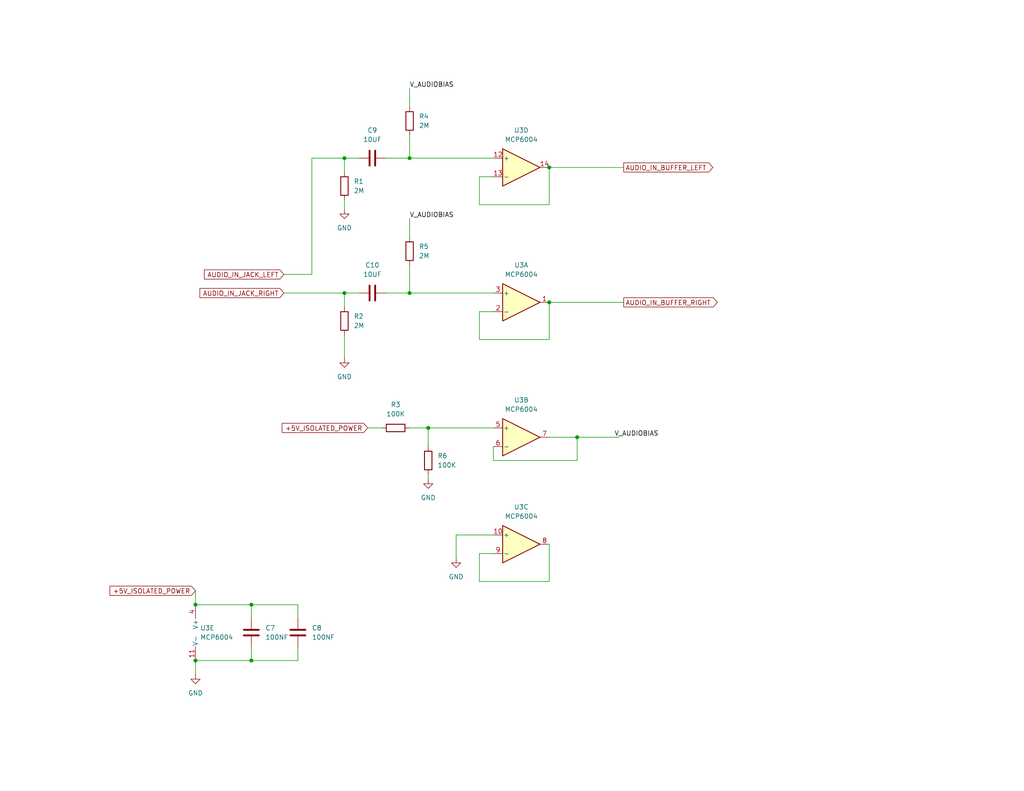
<source format=kicad_sch>
(kicad_sch (version 20230121) (generator eeschema)
  (paper "USLetter")
  (title_block (title "Daisy Seed Guitar Pedal 1590B") (date "2023-03-17") (rev "3") (company "Made by Keith Shepherd (kshep@mac.com)") (comment 1 "https://github.com/electro-smith/Hardware/blob/master/reference/daisy_petal/") (comment 2 "Schematic from the Electro-Smith Daisy Petal Reference Hardware Rev 5"))
  (lib_symbols
    (symbol "Amplifier_Operational:MCP6004" (pin_names (offset 0.127))
      (property "Reference" "U" (at 0 5.08 0))
      (property "Value" "MCP6004" (at 0 -5.08 0))
      (symbol "MCP6004_1_1"
        (polyline (pts (xy -5.08 5.08) (xy 5.08 0) (xy -5.08 -5.08) (xy -5.08 5.08)) (stroke (width 0.254)) (fill (type background)))
        (pin output line (at 7.62 0 180) (length 2.54) (name "~") (number "1"))
        (pin input line (at -7.62 -2.54 0) (length 2.54) (name "-") (number "2"))
        (pin input line (at -7.62 2.54 0) (length 2.54) (name "+") (number "3"))
      )
      (symbol "MCP6004_2_1"
        (polyline (pts (xy -5.08 5.08) (xy 5.08 0) (xy -5.08 -5.08) (xy -5.08 5.08)) (stroke (width 0.254)) (fill (type background)))
        (pin input line (at -7.62 2.54 0) (length 2.54) (name "+") (number "5"))
        (pin input line (at -7.62 -2.54 0) (length 2.54) (name "-") (number "6"))
        (pin output line (at 7.62 0 180) (length 2.54) (name "~") (number "7"))
      )
      (symbol "MCP6004_3_1"
        (polyline (pts (xy -5.08 5.08) (xy 5.08 0) (xy -5.08 -5.08) (xy -5.08 5.08)) (stroke (width 0.254)) (fill (type background)))
        (pin input line (at -7.62 2.54 0) (length 2.54) (name "+") (number "10"))
        (pin output line (at 7.62 0 180) (length 2.54) (name "~") (number "8"))
        (pin input line (at -7.62 -2.54 0) (length 2.54) (name "-") (number "9"))
      )
      (symbol "MCP6004_4_1"
        (polyline (pts (xy -5.08 5.08) (xy 5.08 0) (xy -5.08 -5.08) (xy -5.08 5.08)) (stroke (width 0.254)) (fill (type background)))
        (pin input line (at -7.62 2.54 0) (length 2.54) (name "+") (number "12"))
        (pin input line (at -7.62 -2.54 0) (length 2.54) (name "-") (number "13"))
        (pin output line (at 7.62 0 180) (length 2.54) (name "~") (number "14"))
      )
      (symbol "MCP6004_5_1"
        (pin power_in line (at -2.54 -7.62 90) (length 3.81) (name "V-") (number "11"))
        (pin power_in line (at -2.54 7.62 270) (length 3.81) (name "V+") (number "4"))
      )
    )
    (symbol "Device:C" (pin_numbers hide) (pin_names (offset 0.254))
      (property "Reference" "C" (at 0.635 2.54 0))
      (property "Value" "C" (at 0.635 -2.54 0))
      (symbol "C_0_1"
        (polyline (pts (xy -2.032 -0.762) (xy 2.032 -0.762)) (stroke (width 0.508)))
        (polyline (pts (xy -2.032 0.762) (xy 2.032 0.762)) (stroke (width 0.508)))
      )
      (symbol "C_1_1"
        (pin passive line (at 0 3.81 270) (length 2.794) (name "~") (number "1"))
        (pin passive line (at 0 -3.81 90) (length 2.794) (name "~") (number "2"))
      )
    )
    (symbol "Device:R" (pin_numbers hide) (pin_names (offset 0))
      (property "Reference" "R" (at 2.032 0 90))
      (property "Value" "R" (at 0 0 90))
      (symbol "R_0_1"
        (rectangle (start -1.016 -2.54) (end 1.016 2.54) (stroke (width 0.254)))
      )
      (symbol "R_1_1"
        (pin passive line (at 0 3.81 270) (length 1.27) (name "~") (number "1"))
        (pin passive line (at 0 -3.81 90) (length 1.27) (name "~") (number "2"))
      )
    )
    (symbol "power:GND" (power) (pin_names (offset 0))
      (property "Value" "GND" (at 0 -3.81 0))
      (symbol "GND_0_1"
        (polyline (pts (xy 0 0) (xy 0 -1.27) (xy 1.27 -1.27) (xy 0 -2.54) (xy -1.27 -1.27) (xy 0 -1.27)))
      )
      (symbol "GND_1_1"
        (pin power_in line (at 0 0 270) (length 0) hide (name "GND") (number "1"))
      )
    )
  )
  (junction (at 93.98 43.18))
  (junction (at 149.86 45.72))
  (junction (at 53.34 180.34))
  (junction (at 149.86 82.55))
  (junction (at 93.98 80.01))
  (junction (at 68.58 180.34))
  (junction (at 111.76 80.01))
  (junction (at 111.76 43.18))
  (junction (at 68.58 165.1))
  (junction (at 157.48 119.38))
  (junction (at 116.84 116.84))
  (junction (at 53.34 165.1))
  (wire (pts (xy 116.84 116.84) (xy 134.62 116.84)))
  (wire (pts (xy 68.58 180.34) (xy 81.28 180.34)))
  (wire (pts (xy 130.81 48.26) (xy 134.62 48.26)))
  (wire (pts (xy 149.86 82.55) (xy 149.86 92.71)))
  (wire (pts (xy 149.86 45.72) (xy 149.86 55.88)))
  (wire (pts (xy 77.47 74.93) (xy 85.09 74.93)))
  (wire (pts (xy 111.76 36.83) (xy 111.76 43.18)))
  (wire (pts (xy 149.86 119.38) (xy 157.48 119.38)))
  (wire (pts (xy 68.58 165.1) (xy 81.28 165.1)))
  (wire (pts (xy 111.76 59.69) (xy 111.76 64.77)))
  (wire (pts (xy 111.76 72.39) (xy 111.76 80.01)))
  (wire (pts (xy 134.62 125.73) (xy 134.62 121.92)))
  (wire (pts (xy 157.48 119.38) (xy 157.48 125.73)))
  (wire (pts (xy 85.09 43.18) (xy 93.98 43.18)))
  (wire (pts (xy 116.84 129.54) (xy 116.84 130.81)))
  (wire (pts (xy 111.76 80.01) (xy 134.62 80.01)))
  (wire (pts (xy 68.58 176.53) (xy 68.58 180.34)))
  (wire (pts (xy 77.47 80.01) (xy 93.98 80.01)))
  (wire (pts (xy 149.86 148.59) (xy 149.86 158.75)))
  (wire (pts (xy 130.81 158.75) (xy 130.81 151.13)))
  (wire (pts (xy 53.34 161.29) (xy 53.34 165.1)))
  (wire (pts (xy 93.98 43.18) (xy 93.98 46.99)))
  (wire (pts (xy 124.46 146.05) (xy 124.46 152.4)))
  (wire (pts (xy 149.86 158.75) (xy 130.81 158.75)))
  (wire (pts (xy 111.76 116.84) (xy 116.84 116.84)))
  (wire (pts (xy 93.98 80.01) (xy 97.79 80.01)))
  (wire (pts (xy 53.34 180.34) (xy 53.34 184.15)))
  (wire (pts (xy 111.76 43.18) (xy 134.62 43.18)))
  (wire (pts (xy 68.58 165.1) (xy 68.58 168.91)))
  (wire (pts (xy 149.86 92.71) (xy 130.81 92.71)))
  (wire (pts (xy 81.28 165.1) (xy 81.28 168.91)))
  (wire (pts (xy 53.34 180.34) (xy 68.58 180.34)))
  (wire (pts (xy 93.98 54.61) (xy 93.98 57.15)))
  (wire (pts (xy 157.48 125.73) (xy 134.62 125.73)))
  (wire (pts (xy 149.86 45.72) (xy 170.18 45.72)))
  (wire (pts (xy 93.98 91.44) (xy 93.98 97.79)))
  (wire (pts (xy 157.48 119.38) (xy 168.91 119.38)))
  (wire (pts (xy 130.81 92.71) (xy 130.81 85.09)))
  (wire (pts (xy 105.41 43.18) (xy 111.76 43.18)))
  (wire (pts (xy 134.62 146.05) (xy 124.46 146.05)))
  (wire (pts (xy 53.34 165.1) (xy 68.58 165.1)))
  (wire (pts (xy 93.98 80.01) (xy 93.98 83.82)))
  (wire (pts (xy 130.81 151.13) (xy 134.62 151.13)))
  (wire (pts (xy 116.84 116.84) (xy 116.84 121.92)))
  (wire (pts (xy 93.98 43.18) (xy 97.79 43.18)))
  (wire (pts (xy 149.86 55.88) (xy 130.81 55.88)))
  (wire (pts (xy 111.76 24.13) (xy 111.76 29.21)))
  (wire (pts (xy 81.28 176.53) (xy 81.28 180.34)))
  (wire (pts (xy 85.09 43.18) (xy 85.09 74.93)))
  (wire (pts (xy 149.86 82.55) (xy 170.18 82.55)))
  (wire (pts (xy 100.33 116.84) (xy 104.14 116.84)))
  (wire (pts (xy 105.41 80.01) (xy 111.76 80.01)))
  (wire (pts (xy 130.81 55.88) (xy 130.81 48.26)))
  (wire (pts (xy 130.81 85.09) (xy 134.62 85.09)))
  (label "V_AUDIOBIAS" (at 167.64 119.38 0))
  (label "V_AUDIOBIAS" (at 111.76 59.69 0))
  (label "V_AUDIOBIAS" (at 111.76 24.13 0))
  (global_label "+5V_ISOLATED_POWER" (shape input) (at 53.34 161.29 180) (property "Intersheetrefs" "${INTERSHEET_REFS}" (effects hide)))
  (global_label "AUDIO_IN_BUFFER_LEFT" (shape output) (at 170.18 45.72 0) (property "Intersheetrefs" "${INTERSHEET_REFS}" (effects hide)))
  (global_label "AUDIO_IN_JACK_RIGHT" (shape input) (at 77.47 80.01 180) (property "Intersheetrefs" "${INTERSHEET_REFS}" (effects hide)))
  (global_label "AUDIO_IN_BUFFER_RIGHT" (shape output) (at 170.18 82.55 0) (property "Intersheetrefs" "${INTERSHEET_REFS}" (effects hide)))
  (global_label "AUDIO_IN_JACK_LEFT" (shape input) (at 77.47 74.93 180) (property "Intersheetrefs" "${INTERSHEET_REFS}" (effects hide)))
  (global_label "+5V_ISOLATED_POWER" (shape input) (at 100.33 116.84 180) (property "Intersheetrefs" "${INTERSHEET_REFS}" (effects hide)))
  (symbol (lib_id "power:GND") (at 93.98 97.79 0) (unit 1)
    (property "Reference" "#PWR010" (effects hide))
    (property "Value" "GND" (at 93.98 102.87 0))
  )
  (symbol (lib_id "Device:C") (at 101.6 80.01 90) (unit 1)
    (property "Reference" "C10" (at 101.6 72.39 90))
    (property "Value" "10UF" (at 101.6 74.93 90))
    (property "Footprint" "Capacitor_THT:C_Disc_D6.0mm_W2.5mm_P5.00mm" (effects hide))
  )
  (symbol (lib_id "Device:R") (at 93.98 87.63 0) (unit 1)
    (property "Reference" "R2" (at 96.52 86.3599 0) (effects (justify left)))
    (property "Value" "2M" (at 96.52 88.8999 0) (effects (justify left)))
    (property "Footprint" "Resistor_THT:R_Axial_DIN0207_L6.3mm_D2.5mm_P7.62mm_Horizontal" (effects hide))
  )
  (symbol (lib_id "Device:R") (at 116.84 125.73 0) (unit 1)
    (property "Reference" "R6" (at 119.38 124.4599 0) (effects (justify left)))
    (property "Value" "100K" (at 119.38 126.9999 0) (effects (justify left)))
    (property "Footprint" "Resistor_THT:R_Axial_DIN0207_L6.3mm_D2.5mm_P7.62mm_Horizontal" (effects hide))
  )
  (symbol (lib_id "Amplifier_Operational:MCP6004") (at 142.24 45.72 0) (unit 4)
    (property "Reference" "U3" (at 142.24 35.56 0))
    (property "Value" "MCP6004" (at 142.24 38.1 0))
    (property "Footprint" "Package_DIP:DIP-14_W7.62mm" (effects hide))
    (property "Datasheet" "http://ww1.microchip.com/downloads/en/DeviceDoc/21733j.pdf" (effects hide))
  )
  (symbol (lib_id "Device:R") (at 107.95 116.84 90) (unit 1)
    (property "Reference" "R3" (at 107.95 110.49 90))
    (property "Value" "100K" (at 107.95 113.03 90))
    (property "Footprint" "Resistor_THT:R_Axial_DIN0207_L6.3mm_D2.5mm_P7.62mm_Horizontal" (effects hide))
  )
  (symbol (lib_id "Device:C") (at 81.28 172.72 0) (unit 1)
    (property "Reference" "C8" (at 85.09 171.4499 0) (effects (justify left)))
    (property "Value" "100NF" (at 85.09 173.9899 0) (effects (justify left)))
    (property "Footprint" "Capacitor_THT:C_Rect_L7.2mm_W3.0mm_P5.00mm_FKS2_FKP2_MKS2_MKP2" (effects hide))
  )
  (symbol (lib_id "power:GND") (at 93.98 57.15 0) (unit 1)
    (property "Reference" "#PWR09" (effects hide))
    (property "Value" "GND" (at 93.98 62.23 0))
  )
  (symbol (lib_id "Device:R") (at 93.98 50.8 0) (unit 1)
    (property "Reference" "R1" (at 96.52 49.5299 0) (effects (justify left)))
    (property "Value" "2M" (at 96.52 52.0699 0) (effects (justify left)))
    (property "Footprint" "Resistor_THT:R_Axial_DIN0207_L6.3mm_D2.5mm_P7.62mm_Horizontal" (effects hide))
  )
  (symbol (lib_id "Amplifier_Operational:MCP6004") (at 142.24 119.38 0) (unit 2)
    (property "Reference" "U3" (at 142.24 109.22 0))
    (property "Value" "MCP6004" (at 142.24 111.76 0))
    (property "Footprint" "Package_DIP:DIP-14_W7.62mm" (effects hide))
    (property "Datasheet" "http://ww1.microchip.com/downloads/en/DeviceDoc/21733j.pdf" (effects hide))
  )
  (symbol (lib_id "Amplifier_Operational:MCP6004") (at 142.24 82.55 0) (unit 1)
    (property "Reference" "U3" (at 142.24 72.39 0))
    (property "Value" "MCP6004" (at 142.24 74.93 0))
    (property "Footprint" "Package_DIP:DIP-14_W7.62mm" (effects hide))
    (property "Datasheet" "http://ww1.microchip.com/downloads/en/DeviceDoc/21733j.pdf" (effects hide))
  )
  (symbol (lib_id "power:GND") (at 124.46 152.4 0) (unit 1)
    (property "Reference" "#PWR012" (effects hide))
    (property "Value" "GND" (at 124.46 157.48 0))
  )
  (symbol (lib_id "Device:R") (at 111.76 33.02 0) (unit 1)
    (property "Reference" "R4" (at 114.3 31.7499 0) (effects (justify left)))
    (property "Value" "2M" (at 114.3 34.2899 0) (effects (justify left)))
    (property "Footprint" "Resistor_THT:R_Axial_DIN0207_L6.3mm_D2.5mm_P7.62mm_Horizontal" (effects hide))
  )
  (symbol (lib_id "Device:R") (at 111.76 68.58 0) (unit 1)
    (property "Reference" "R5" (at 114.3 67.3099 0) (effects (justify left)))
    (property "Value" "2M" (at 114.3 69.8499 0) (effects (justify left)))
    (property "Footprint" "Resistor_THT:R_Axial_DIN0207_L6.3mm_D2.5mm_P7.62mm_Horizontal" (effects hide))
  )
  (symbol (lib_id "power:GND") (at 53.34 184.15 0) (unit 1)
    (property "Reference" "#PWR07" (effects hide))
    (property "Value" "GND" (at 53.34 189.23 0))
  )
  (symbol (lib_id "Amplifier_Operational:MCP6004") (at 142.24 148.59 0) (unit 3)
    (property "Reference" "U3" (at 142.24 138.43 0))
    (property "Value" "MCP6004" (at 142.24 140.97 0))
    (property "Footprint" "Package_DIP:DIP-14_W7.62mm" (effects hide))
    (property "Datasheet" "http://ww1.microchip.com/downloads/en/DeviceDoc/21733j.pdf" (effects hide))
  )
  (symbol (lib_id "power:GND") (at 116.84 130.81 0) (unit 1)
    (property "Reference" "#PWR011" (effects hide))
    (property "Value" "GND" (at 116.84 135.89 0))
  )
  (symbol (lib_id "Amplifier_Operational:MCP6004") (at 55.88 172.72 0) (unit 5)
    (property "Reference" "U3" (at 54.61 171.4499 0) (effects (justify left)))
    (property "Value" "MCP6004" (at 54.61 173.9899 0) (effects (justify left)))
    (property "Footprint" "Package_DIP:DIP-14_W7.62mm" (effects hide))
    (property "Datasheet" "http://ww1.microchip.com/downloads/en/DeviceDoc/21733j.pdf" (effects hide))
  )
  (symbol (lib_id "Device:C") (at 101.6 43.18 90) (unit 1)
    (property "Reference" "C9" (at 101.6 35.56 90))
    (property "Value" "10UF" (at 101.6 38.1 90))
    (property "Footprint" "Capacitor_THT:C_Disc_D6.0mm_W2.5mm_P5.00mm" (effects hide))
  )
  (symbol (lib_id "Device:C") (at 68.58 172.72 0) (unit 1)
    (property "Reference" "C7" (at 72.39 171.4499 0) (effects (justify left)))
    (property "Value" "100NF" (at 72.39 173.9899 0) (effects (justify left)))
    (property "Footprint" "Capacitor_THT:C_Rect_L7.2mm_W3.0mm_P5.00mm_FKS2_FKP2_MKS2_MKP2" (effects hide))
  )
)
</source>
